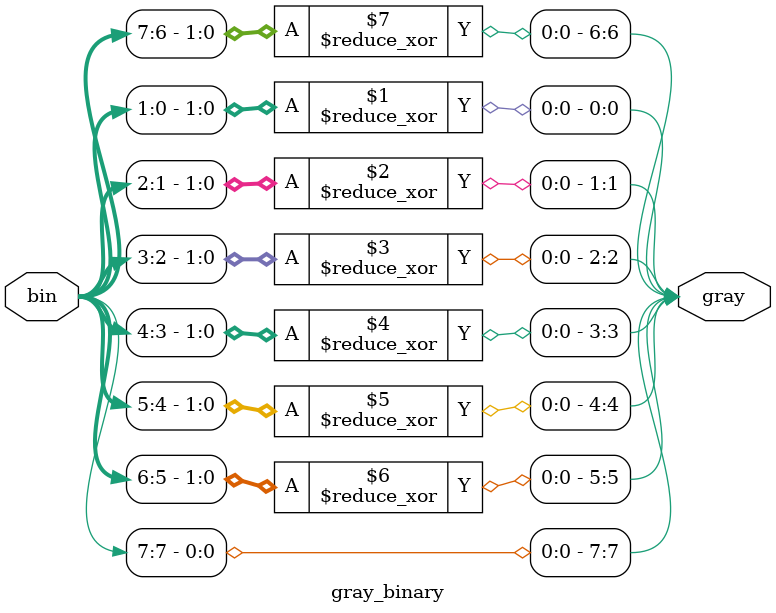
<source format=v>

module gray_binary(input [7:0]bin,output [7:0]gray);
	assign gray[0]=^bin[1:0];
	assign gray[1]=^bin[2:1];
	assign gray[2]=^bin[3:2];
	assign gray[3]=^bin[4:3];
	assign gray[4]=^bin[5:4];
	assign gray[5]=^bin[6:5];
	assign gray[6]=^bin[7:6];
	assign gray[7]=^bin[7];
endmodule





</source>
